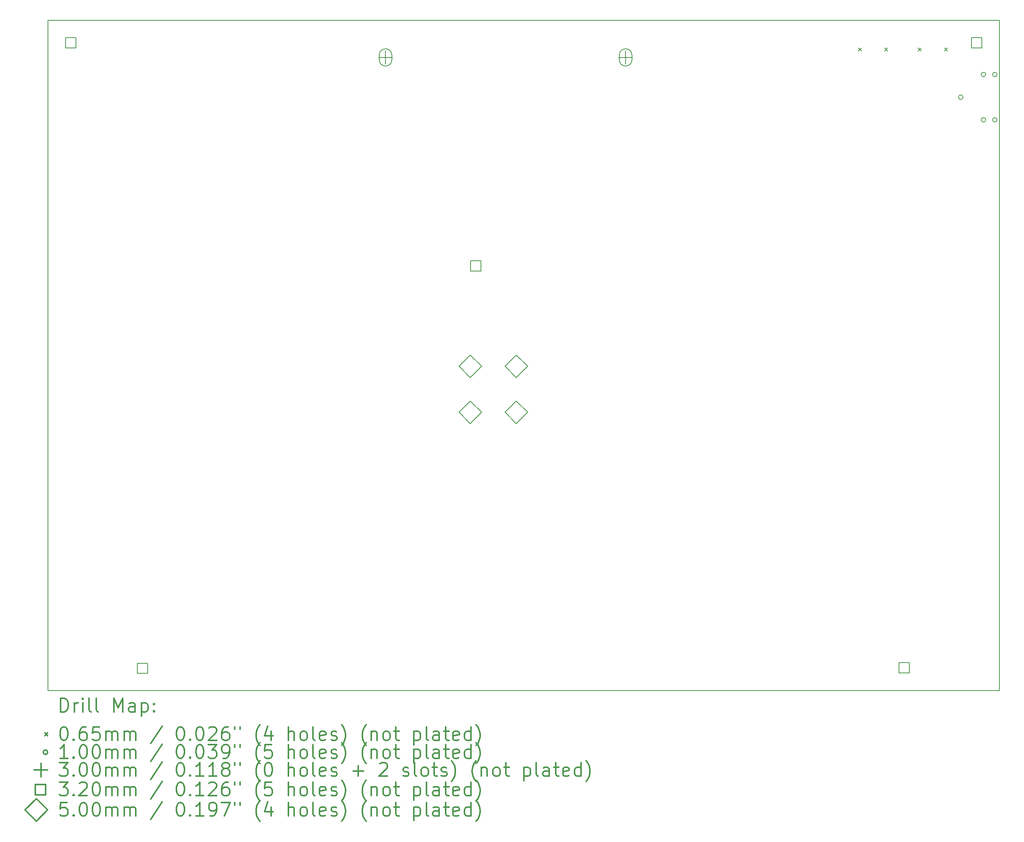
<source format=gbr>
%FSLAX45Y45*%
G04 Gerber Fmt 4.5, Leading zero omitted, Abs format (unit mm)*
G04 Created by KiCad (PCBNEW 5.1.9) date 2021-04-27 01:06:39*
%MOMM*%
%LPD*%
G01*
G04 APERTURE LIST*
%TA.AperFunction,Profile*%
%ADD10C,0.150000*%
%TD*%
%ADD11C,0.200000*%
%ADD12C,0.300000*%
G04 APERTURE END LIST*
D10*
X1600000Y-16300000D02*
X1600000Y-1500000D01*
X22600000Y-16300000D02*
X1600000Y-16300000D01*
X22600000Y-1500000D02*
X22600000Y-16300000D01*
X1600000Y-1500000D02*
X22600000Y-1500000D01*
D11*
X19490500Y-2116500D02*
X19555500Y-2181500D01*
X19555500Y-2116500D02*
X19490500Y-2181500D01*
X20068500Y-2116500D02*
X20133500Y-2181500D01*
X20133500Y-2116500D02*
X20068500Y-2181500D01*
X20811500Y-2116500D02*
X20876500Y-2181500D01*
X20876500Y-2116500D02*
X20811500Y-2181500D01*
X21389500Y-2116500D02*
X21454500Y-2181500D01*
X21454500Y-2116500D02*
X21389500Y-2181500D01*
X21800000Y-3200000D02*
G75*
G03*
X21800000Y-3200000I-50000J0D01*
G01*
X22300000Y-2700000D02*
G75*
G03*
X22300000Y-2700000I-50000J0D01*
G01*
X22300000Y-3700000D02*
G75*
G03*
X22300000Y-3700000I-50000J0D01*
G01*
X22550000Y-2700000D02*
G75*
G03*
X22550000Y-2700000I-50000J0D01*
G01*
X22550000Y-3700000D02*
G75*
G03*
X22550000Y-3700000I-50000J0D01*
G01*
X9050018Y-2171966D02*
X9050018Y-2471966D01*
X8900018Y-2321966D02*
X9200018Y-2321966D01*
X9190018Y-2371966D02*
X9190018Y-2271966D01*
X8910018Y-2371966D02*
X8910018Y-2271966D01*
X9190018Y-2271966D02*
G75*
G03*
X8910018Y-2271966I-140000J0D01*
G01*
X8910018Y-2371966D02*
G75*
G03*
X9190018Y-2371966I140000J0D01*
G01*
X14349982Y-2171966D02*
X14349982Y-2471966D01*
X14199982Y-2321966D02*
X14499982Y-2321966D01*
X14489982Y-2371966D02*
X14489982Y-2271966D01*
X14209982Y-2371966D02*
X14209982Y-2271966D01*
X14489982Y-2271966D02*
G75*
G03*
X14209982Y-2271966I-140000J0D01*
G01*
X14209982Y-2371966D02*
G75*
G03*
X14489982Y-2371966I140000J0D01*
G01*
X2213138Y-2113138D02*
X2213138Y-1886862D01*
X1986862Y-1886862D01*
X1986862Y-2113138D01*
X2213138Y-2113138D01*
X3796138Y-15924638D02*
X3796138Y-15698362D01*
X3569862Y-15698362D01*
X3569862Y-15924638D01*
X3796138Y-15924638D01*
X11157058Y-7037178D02*
X11157058Y-6810902D01*
X10930782Y-6810902D01*
X10930782Y-7037178D01*
X11157058Y-7037178D01*
X20613138Y-15913138D02*
X20613138Y-15686862D01*
X20386862Y-15686862D01*
X20386862Y-15913138D01*
X20613138Y-15913138D01*
X22213138Y-2113138D02*
X22213138Y-1886862D01*
X21986862Y-1886862D01*
X21986862Y-2113138D01*
X22213138Y-2113138D01*
X10922000Y-9394000D02*
X11172000Y-9144000D01*
X10922000Y-8894000D01*
X10672000Y-9144000D01*
X10922000Y-9394000D01*
X10922000Y-10410000D02*
X11172000Y-10160000D01*
X10922000Y-9910000D01*
X10672000Y-10160000D01*
X10922000Y-10410000D01*
X11938000Y-9394000D02*
X12188000Y-9144000D01*
X11938000Y-8894000D01*
X11688000Y-9144000D01*
X11938000Y-9394000D01*
X11938000Y-10410000D02*
X12188000Y-10160000D01*
X11938000Y-9910000D01*
X11688000Y-10160000D01*
X11938000Y-10410000D01*
D12*
X1878928Y-16773214D02*
X1878928Y-16473214D01*
X1950357Y-16473214D01*
X1993214Y-16487500D01*
X2021786Y-16516071D01*
X2036071Y-16544643D01*
X2050357Y-16601786D01*
X2050357Y-16644643D01*
X2036071Y-16701786D01*
X2021786Y-16730357D01*
X1993214Y-16758929D01*
X1950357Y-16773214D01*
X1878928Y-16773214D01*
X2178928Y-16773214D02*
X2178928Y-16573214D01*
X2178928Y-16630357D02*
X2193214Y-16601786D01*
X2207500Y-16587500D01*
X2236071Y-16573214D01*
X2264643Y-16573214D01*
X2364643Y-16773214D02*
X2364643Y-16573214D01*
X2364643Y-16473214D02*
X2350357Y-16487500D01*
X2364643Y-16501786D01*
X2378928Y-16487500D01*
X2364643Y-16473214D01*
X2364643Y-16501786D01*
X2550357Y-16773214D02*
X2521786Y-16758929D01*
X2507500Y-16730357D01*
X2507500Y-16473214D01*
X2707500Y-16773214D02*
X2678928Y-16758929D01*
X2664643Y-16730357D01*
X2664643Y-16473214D01*
X3050357Y-16773214D02*
X3050357Y-16473214D01*
X3150357Y-16687500D01*
X3250357Y-16473214D01*
X3250357Y-16773214D01*
X3521786Y-16773214D02*
X3521786Y-16616071D01*
X3507500Y-16587500D01*
X3478928Y-16573214D01*
X3421786Y-16573214D01*
X3393214Y-16587500D01*
X3521786Y-16758929D02*
X3493214Y-16773214D01*
X3421786Y-16773214D01*
X3393214Y-16758929D01*
X3378928Y-16730357D01*
X3378928Y-16701786D01*
X3393214Y-16673214D01*
X3421786Y-16658929D01*
X3493214Y-16658929D01*
X3521786Y-16644643D01*
X3664643Y-16573214D02*
X3664643Y-16873214D01*
X3664643Y-16587500D02*
X3693214Y-16573214D01*
X3750357Y-16573214D01*
X3778928Y-16587500D01*
X3793214Y-16601786D01*
X3807500Y-16630357D01*
X3807500Y-16716071D01*
X3793214Y-16744643D01*
X3778928Y-16758929D01*
X3750357Y-16773214D01*
X3693214Y-16773214D01*
X3664643Y-16758929D01*
X3936071Y-16744643D02*
X3950357Y-16758929D01*
X3936071Y-16773214D01*
X3921786Y-16758929D01*
X3936071Y-16744643D01*
X3936071Y-16773214D01*
X3936071Y-16587500D02*
X3950357Y-16601786D01*
X3936071Y-16616071D01*
X3921786Y-16601786D01*
X3936071Y-16587500D01*
X3936071Y-16616071D01*
X1527500Y-17235000D02*
X1592500Y-17300000D01*
X1592500Y-17235000D02*
X1527500Y-17300000D01*
X1936071Y-17103214D02*
X1964643Y-17103214D01*
X1993214Y-17117500D01*
X2007500Y-17131786D01*
X2021786Y-17160357D01*
X2036071Y-17217500D01*
X2036071Y-17288929D01*
X2021786Y-17346072D01*
X2007500Y-17374643D01*
X1993214Y-17388929D01*
X1964643Y-17403214D01*
X1936071Y-17403214D01*
X1907500Y-17388929D01*
X1893214Y-17374643D01*
X1878928Y-17346072D01*
X1864643Y-17288929D01*
X1864643Y-17217500D01*
X1878928Y-17160357D01*
X1893214Y-17131786D01*
X1907500Y-17117500D01*
X1936071Y-17103214D01*
X2164643Y-17374643D02*
X2178928Y-17388929D01*
X2164643Y-17403214D01*
X2150357Y-17388929D01*
X2164643Y-17374643D01*
X2164643Y-17403214D01*
X2436071Y-17103214D02*
X2378928Y-17103214D01*
X2350357Y-17117500D01*
X2336071Y-17131786D01*
X2307500Y-17174643D01*
X2293214Y-17231786D01*
X2293214Y-17346072D01*
X2307500Y-17374643D01*
X2321786Y-17388929D01*
X2350357Y-17403214D01*
X2407500Y-17403214D01*
X2436071Y-17388929D01*
X2450357Y-17374643D01*
X2464643Y-17346072D01*
X2464643Y-17274643D01*
X2450357Y-17246072D01*
X2436071Y-17231786D01*
X2407500Y-17217500D01*
X2350357Y-17217500D01*
X2321786Y-17231786D01*
X2307500Y-17246072D01*
X2293214Y-17274643D01*
X2736071Y-17103214D02*
X2593214Y-17103214D01*
X2578928Y-17246072D01*
X2593214Y-17231786D01*
X2621786Y-17217500D01*
X2693214Y-17217500D01*
X2721786Y-17231786D01*
X2736071Y-17246072D01*
X2750357Y-17274643D01*
X2750357Y-17346072D01*
X2736071Y-17374643D01*
X2721786Y-17388929D01*
X2693214Y-17403214D01*
X2621786Y-17403214D01*
X2593214Y-17388929D01*
X2578928Y-17374643D01*
X2878928Y-17403214D02*
X2878928Y-17203214D01*
X2878928Y-17231786D02*
X2893214Y-17217500D01*
X2921786Y-17203214D01*
X2964643Y-17203214D01*
X2993214Y-17217500D01*
X3007500Y-17246072D01*
X3007500Y-17403214D01*
X3007500Y-17246072D02*
X3021786Y-17217500D01*
X3050357Y-17203214D01*
X3093214Y-17203214D01*
X3121786Y-17217500D01*
X3136071Y-17246072D01*
X3136071Y-17403214D01*
X3278928Y-17403214D02*
X3278928Y-17203214D01*
X3278928Y-17231786D02*
X3293214Y-17217500D01*
X3321786Y-17203214D01*
X3364643Y-17203214D01*
X3393214Y-17217500D01*
X3407500Y-17246072D01*
X3407500Y-17403214D01*
X3407500Y-17246072D02*
X3421786Y-17217500D01*
X3450357Y-17203214D01*
X3493214Y-17203214D01*
X3521786Y-17217500D01*
X3536071Y-17246072D01*
X3536071Y-17403214D01*
X4121786Y-17088929D02*
X3864643Y-17474643D01*
X4507500Y-17103214D02*
X4536071Y-17103214D01*
X4564643Y-17117500D01*
X4578928Y-17131786D01*
X4593214Y-17160357D01*
X4607500Y-17217500D01*
X4607500Y-17288929D01*
X4593214Y-17346072D01*
X4578928Y-17374643D01*
X4564643Y-17388929D01*
X4536071Y-17403214D01*
X4507500Y-17403214D01*
X4478928Y-17388929D01*
X4464643Y-17374643D01*
X4450357Y-17346072D01*
X4436071Y-17288929D01*
X4436071Y-17217500D01*
X4450357Y-17160357D01*
X4464643Y-17131786D01*
X4478928Y-17117500D01*
X4507500Y-17103214D01*
X4736071Y-17374643D02*
X4750357Y-17388929D01*
X4736071Y-17403214D01*
X4721786Y-17388929D01*
X4736071Y-17374643D01*
X4736071Y-17403214D01*
X4936071Y-17103214D02*
X4964643Y-17103214D01*
X4993214Y-17117500D01*
X5007500Y-17131786D01*
X5021786Y-17160357D01*
X5036071Y-17217500D01*
X5036071Y-17288929D01*
X5021786Y-17346072D01*
X5007500Y-17374643D01*
X4993214Y-17388929D01*
X4964643Y-17403214D01*
X4936071Y-17403214D01*
X4907500Y-17388929D01*
X4893214Y-17374643D01*
X4878928Y-17346072D01*
X4864643Y-17288929D01*
X4864643Y-17217500D01*
X4878928Y-17160357D01*
X4893214Y-17131786D01*
X4907500Y-17117500D01*
X4936071Y-17103214D01*
X5150357Y-17131786D02*
X5164643Y-17117500D01*
X5193214Y-17103214D01*
X5264643Y-17103214D01*
X5293214Y-17117500D01*
X5307500Y-17131786D01*
X5321786Y-17160357D01*
X5321786Y-17188929D01*
X5307500Y-17231786D01*
X5136071Y-17403214D01*
X5321786Y-17403214D01*
X5578928Y-17103214D02*
X5521786Y-17103214D01*
X5493214Y-17117500D01*
X5478928Y-17131786D01*
X5450357Y-17174643D01*
X5436071Y-17231786D01*
X5436071Y-17346072D01*
X5450357Y-17374643D01*
X5464643Y-17388929D01*
X5493214Y-17403214D01*
X5550357Y-17403214D01*
X5578928Y-17388929D01*
X5593214Y-17374643D01*
X5607500Y-17346072D01*
X5607500Y-17274643D01*
X5593214Y-17246072D01*
X5578928Y-17231786D01*
X5550357Y-17217500D01*
X5493214Y-17217500D01*
X5464643Y-17231786D01*
X5450357Y-17246072D01*
X5436071Y-17274643D01*
X5721786Y-17103214D02*
X5721786Y-17160357D01*
X5836071Y-17103214D02*
X5836071Y-17160357D01*
X6278928Y-17517500D02*
X6264643Y-17503214D01*
X6236071Y-17460357D01*
X6221786Y-17431786D01*
X6207500Y-17388929D01*
X6193214Y-17317500D01*
X6193214Y-17260357D01*
X6207500Y-17188929D01*
X6221786Y-17146072D01*
X6236071Y-17117500D01*
X6264643Y-17074643D01*
X6278928Y-17060357D01*
X6521786Y-17203214D02*
X6521786Y-17403214D01*
X6450357Y-17088929D02*
X6378928Y-17303214D01*
X6564643Y-17303214D01*
X6907500Y-17403214D02*
X6907500Y-17103214D01*
X7036071Y-17403214D02*
X7036071Y-17246072D01*
X7021786Y-17217500D01*
X6993214Y-17203214D01*
X6950357Y-17203214D01*
X6921786Y-17217500D01*
X6907500Y-17231786D01*
X7221786Y-17403214D02*
X7193214Y-17388929D01*
X7178928Y-17374643D01*
X7164643Y-17346072D01*
X7164643Y-17260357D01*
X7178928Y-17231786D01*
X7193214Y-17217500D01*
X7221786Y-17203214D01*
X7264643Y-17203214D01*
X7293214Y-17217500D01*
X7307500Y-17231786D01*
X7321786Y-17260357D01*
X7321786Y-17346072D01*
X7307500Y-17374643D01*
X7293214Y-17388929D01*
X7264643Y-17403214D01*
X7221786Y-17403214D01*
X7493214Y-17403214D02*
X7464643Y-17388929D01*
X7450357Y-17360357D01*
X7450357Y-17103214D01*
X7721786Y-17388929D02*
X7693214Y-17403214D01*
X7636071Y-17403214D01*
X7607500Y-17388929D01*
X7593214Y-17360357D01*
X7593214Y-17246072D01*
X7607500Y-17217500D01*
X7636071Y-17203214D01*
X7693214Y-17203214D01*
X7721786Y-17217500D01*
X7736071Y-17246072D01*
X7736071Y-17274643D01*
X7593214Y-17303214D01*
X7850357Y-17388929D02*
X7878928Y-17403214D01*
X7936071Y-17403214D01*
X7964643Y-17388929D01*
X7978928Y-17360357D01*
X7978928Y-17346072D01*
X7964643Y-17317500D01*
X7936071Y-17303214D01*
X7893214Y-17303214D01*
X7864643Y-17288929D01*
X7850357Y-17260357D01*
X7850357Y-17246072D01*
X7864643Y-17217500D01*
X7893214Y-17203214D01*
X7936071Y-17203214D01*
X7964643Y-17217500D01*
X8078928Y-17517500D02*
X8093214Y-17503214D01*
X8121786Y-17460357D01*
X8136071Y-17431786D01*
X8150357Y-17388929D01*
X8164643Y-17317500D01*
X8164643Y-17260357D01*
X8150357Y-17188929D01*
X8136071Y-17146072D01*
X8121786Y-17117500D01*
X8093214Y-17074643D01*
X8078928Y-17060357D01*
X8621786Y-17517500D02*
X8607500Y-17503214D01*
X8578928Y-17460357D01*
X8564643Y-17431786D01*
X8550357Y-17388929D01*
X8536071Y-17317500D01*
X8536071Y-17260357D01*
X8550357Y-17188929D01*
X8564643Y-17146072D01*
X8578928Y-17117500D01*
X8607500Y-17074643D01*
X8621786Y-17060357D01*
X8736071Y-17203214D02*
X8736071Y-17403214D01*
X8736071Y-17231786D02*
X8750357Y-17217500D01*
X8778928Y-17203214D01*
X8821786Y-17203214D01*
X8850357Y-17217500D01*
X8864643Y-17246072D01*
X8864643Y-17403214D01*
X9050357Y-17403214D02*
X9021786Y-17388929D01*
X9007500Y-17374643D01*
X8993214Y-17346072D01*
X8993214Y-17260357D01*
X9007500Y-17231786D01*
X9021786Y-17217500D01*
X9050357Y-17203214D01*
X9093214Y-17203214D01*
X9121786Y-17217500D01*
X9136071Y-17231786D01*
X9150357Y-17260357D01*
X9150357Y-17346072D01*
X9136071Y-17374643D01*
X9121786Y-17388929D01*
X9093214Y-17403214D01*
X9050357Y-17403214D01*
X9236071Y-17203214D02*
X9350357Y-17203214D01*
X9278928Y-17103214D02*
X9278928Y-17360357D01*
X9293214Y-17388929D01*
X9321786Y-17403214D01*
X9350357Y-17403214D01*
X9678928Y-17203214D02*
X9678928Y-17503214D01*
X9678928Y-17217500D02*
X9707500Y-17203214D01*
X9764643Y-17203214D01*
X9793214Y-17217500D01*
X9807500Y-17231786D01*
X9821786Y-17260357D01*
X9821786Y-17346072D01*
X9807500Y-17374643D01*
X9793214Y-17388929D01*
X9764643Y-17403214D01*
X9707500Y-17403214D01*
X9678928Y-17388929D01*
X9993214Y-17403214D02*
X9964643Y-17388929D01*
X9950357Y-17360357D01*
X9950357Y-17103214D01*
X10236071Y-17403214D02*
X10236071Y-17246072D01*
X10221786Y-17217500D01*
X10193214Y-17203214D01*
X10136071Y-17203214D01*
X10107500Y-17217500D01*
X10236071Y-17388929D02*
X10207500Y-17403214D01*
X10136071Y-17403214D01*
X10107500Y-17388929D01*
X10093214Y-17360357D01*
X10093214Y-17331786D01*
X10107500Y-17303214D01*
X10136071Y-17288929D01*
X10207500Y-17288929D01*
X10236071Y-17274643D01*
X10336071Y-17203214D02*
X10450357Y-17203214D01*
X10378928Y-17103214D02*
X10378928Y-17360357D01*
X10393214Y-17388929D01*
X10421786Y-17403214D01*
X10450357Y-17403214D01*
X10664643Y-17388929D02*
X10636071Y-17403214D01*
X10578928Y-17403214D01*
X10550357Y-17388929D01*
X10536071Y-17360357D01*
X10536071Y-17246072D01*
X10550357Y-17217500D01*
X10578928Y-17203214D01*
X10636071Y-17203214D01*
X10664643Y-17217500D01*
X10678928Y-17246072D01*
X10678928Y-17274643D01*
X10536071Y-17303214D01*
X10936071Y-17403214D02*
X10936071Y-17103214D01*
X10936071Y-17388929D02*
X10907500Y-17403214D01*
X10850357Y-17403214D01*
X10821786Y-17388929D01*
X10807500Y-17374643D01*
X10793214Y-17346072D01*
X10793214Y-17260357D01*
X10807500Y-17231786D01*
X10821786Y-17217500D01*
X10850357Y-17203214D01*
X10907500Y-17203214D01*
X10936071Y-17217500D01*
X11050357Y-17517500D02*
X11064643Y-17503214D01*
X11093214Y-17460357D01*
X11107500Y-17431786D01*
X11121786Y-17388929D01*
X11136071Y-17317500D01*
X11136071Y-17260357D01*
X11121786Y-17188929D01*
X11107500Y-17146072D01*
X11093214Y-17117500D01*
X11064643Y-17074643D01*
X11050357Y-17060357D01*
X1592500Y-17663500D02*
G75*
G03*
X1592500Y-17663500I-50000J0D01*
G01*
X2036071Y-17799214D02*
X1864643Y-17799214D01*
X1950357Y-17799214D02*
X1950357Y-17499214D01*
X1921786Y-17542072D01*
X1893214Y-17570643D01*
X1864643Y-17584929D01*
X2164643Y-17770643D02*
X2178928Y-17784929D01*
X2164643Y-17799214D01*
X2150357Y-17784929D01*
X2164643Y-17770643D01*
X2164643Y-17799214D01*
X2364643Y-17499214D02*
X2393214Y-17499214D01*
X2421786Y-17513500D01*
X2436071Y-17527786D01*
X2450357Y-17556357D01*
X2464643Y-17613500D01*
X2464643Y-17684929D01*
X2450357Y-17742072D01*
X2436071Y-17770643D01*
X2421786Y-17784929D01*
X2393214Y-17799214D01*
X2364643Y-17799214D01*
X2336071Y-17784929D01*
X2321786Y-17770643D01*
X2307500Y-17742072D01*
X2293214Y-17684929D01*
X2293214Y-17613500D01*
X2307500Y-17556357D01*
X2321786Y-17527786D01*
X2336071Y-17513500D01*
X2364643Y-17499214D01*
X2650357Y-17499214D02*
X2678928Y-17499214D01*
X2707500Y-17513500D01*
X2721786Y-17527786D01*
X2736071Y-17556357D01*
X2750357Y-17613500D01*
X2750357Y-17684929D01*
X2736071Y-17742072D01*
X2721786Y-17770643D01*
X2707500Y-17784929D01*
X2678928Y-17799214D01*
X2650357Y-17799214D01*
X2621786Y-17784929D01*
X2607500Y-17770643D01*
X2593214Y-17742072D01*
X2578928Y-17684929D01*
X2578928Y-17613500D01*
X2593214Y-17556357D01*
X2607500Y-17527786D01*
X2621786Y-17513500D01*
X2650357Y-17499214D01*
X2878928Y-17799214D02*
X2878928Y-17599214D01*
X2878928Y-17627786D02*
X2893214Y-17613500D01*
X2921786Y-17599214D01*
X2964643Y-17599214D01*
X2993214Y-17613500D01*
X3007500Y-17642072D01*
X3007500Y-17799214D01*
X3007500Y-17642072D02*
X3021786Y-17613500D01*
X3050357Y-17599214D01*
X3093214Y-17599214D01*
X3121786Y-17613500D01*
X3136071Y-17642072D01*
X3136071Y-17799214D01*
X3278928Y-17799214D02*
X3278928Y-17599214D01*
X3278928Y-17627786D02*
X3293214Y-17613500D01*
X3321786Y-17599214D01*
X3364643Y-17599214D01*
X3393214Y-17613500D01*
X3407500Y-17642072D01*
X3407500Y-17799214D01*
X3407500Y-17642072D02*
X3421786Y-17613500D01*
X3450357Y-17599214D01*
X3493214Y-17599214D01*
X3521786Y-17613500D01*
X3536071Y-17642072D01*
X3536071Y-17799214D01*
X4121786Y-17484929D02*
X3864643Y-17870643D01*
X4507500Y-17499214D02*
X4536071Y-17499214D01*
X4564643Y-17513500D01*
X4578928Y-17527786D01*
X4593214Y-17556357D01*
X4607500Y-17613500D01*
X4607500Y-17684929D01*
X4593214Y-17742072D01*
X4578928Y-17770643D01*
X4564643Y-17784929D01*
X4536071Y-17799214D01*
X4507500Y-17799214D01*
X4478928Y-17784929D01*
X4464643Y-17770643D01*
X4450357Y-17742072D01*
X4436071Y-17684929D01*
X4436071Y-17613500D01*
X4450357Y-17556357D01*
X4464643Y-17527786D01*
X4478928Y-17513500D01*
X4507500Y-17499214D01*
X4736071Y-17770643D02*
X4750357Y-17784929D01*
X4736071Y-17799214D01*
X4721786Y-17784929D01*
X4736071Y-17770643D01*
X4736071Y-17799214D01*
X4936071Y-17499214D02*
X4964643Y-17499214D01*
X4993214Y-17513500D01*
X5007500Y-17527786D01*
X5021786Y-17556357D01*
X5036071Y-17613500D01*
X5036071Y-17684929D01*
X5021786Y-17742072D01*
X5007500Y-17770643D01*
X4993214Y-17784929D01*
X4964643Y-17799214D01*
X4936071Y-17799214D01*
X4907500Y-17784929D01*
X4893214Y-17770643D01*
X4878928Y-17742072D01*
X4864643Y-17684929D01*
X4864643Y-17613500D01*
X4878928Y-17556357D01*
X4893214Y-17527786D01*
X4907500Y-17513500D01*
X4936071Y-17499214D01*
X5136071Y-17499214D02*
X5321786Y-17499214D01*
X5221786Y-17613500D01*
X5264643Y-17613500D01*
X5293214Y-17627786D01*
X5307500Y-17642072D01*
X5321786Y-17670643D01*
X5321786Y-17742072D01*
X5307500Y-17770643D01*
X5293214Y-17784929D01*
X5264643Y-17799214D01*
X5178928Y-17799214D01*
X5150357Y-17784929D01*
X5136071Y-17770643D01*
X5464643Y-17799214D02*
X5521786Y-17799214D01*
X5550357Y-17784929D01*
X5564643Y-17770643D01*
X5593214Y-17727786D01*
X5607500Y-17670643D01*
X5607500Y-17556357D01*
X5593214Y-17527786D01*
X5578928Y-17513500D01*
X5550357Y-17499214D01*
X5493214Y-17499214D01*
X5464643Y-17513500D01*
X5450357Y-17527786D01*
X5436071Y-17556357D01*
X5436071Y-17627786D01*
X5450357Y-17656357D01*
X5464643Y-17670643D01*
X5493214Y-17684929D01*
X5550357Y-17684929D01*
X5578928Y-17670643D01*
X5593214Y-17656357D01*
X5607500Y-17627786D01*
X5721786Y-17499214D02*
X5721786Y-17556357D01*
X5836071Y-17499214D02*
X5836071Y-17556357D01*
X6278928Y-17913500D02*
X6264643Y-17899214D01*
X6236071Y-17856357D01*
X6221786Y-17827786D01*
X6207500Y-17784929D01*
X6193214Y-17713500D01*
X6193214Y-17656357D01*
X6207500Y-17584929D01*
X6221786Y-17542072D01*
X6236071Y-17513500D01*
X6264643Y-17470643D01*
X6278928Y-17456357D01*
X6536071Y-17499214D02*
X6393214Y-17499214D01*
X6378928Y-17642072D01*
X6393214Y-17627786D01*
X6421786Y-17613500D01*
X6493214Y-17613500D01*
X6521786Y-17627786D01*
X6536071Y-17642072D01*
X6550357Y-17670643D01*
X6550357Y-17742072D01*
X6536071Y-17770643D01*
X6521786Y-17784929D01*
X6493214Y-17799214D01*
X6421786Y-17799214D01*
X6393214Y-17784929D01*
X6378928Y-17770643D01*
X6907500Y-17799214D02*
X6907500Y-17499214D01*
X7036071Y-17799214D02*
X7036071Y-17642072D01*
X7021786Y-17613500D01*
X6993214Y-17599214D01*
X6950357Y-17599214D01*
X6921786Y-17613500D01*
X6907500Y-17627786D01*
X7221786Y-17799214D02*
X7193214Y-17784929D01*
X7178928Y-17770643D01*
X7164643Y-17742072D01*
X7164643Y-17656357D01*
X7178928Y-17627786D01*
X7193214Y-17613500D01*
X7221786Y-17599214D01*
X7264643Y-17599214D01*
X7293214Y-17613500D01*
X7307500Y-17627786D01*
X7321786Y-17656357D01*
X7321786Y-17742072D01*
X7307500Y-17770643D01*
X7293214Y-17784929D01*
X7264643Y-17799214D01*
X7221786Y-17799214D01*
X7493214Y-17799214D02*
X7464643Y-17784929D01*
X7450357Y-17756357D01*
X7450357Y-17499214D01*
X7721786Y-17784929D02*
X7693214Y-17799214D01*
X7636071Y-17799214D01*
X7607500Y-17784929D01*
X7593214Y-17756357D01*
X7593214Y-17642072D01*
X7607500Y-17613500D01*
X7636071Y-17599214D01*
X7693214Y-17599214D01*
X7721786Y-17613500D01*
X7736071Y-17642072D01*
X7736071Y-17670643D01*
X7593214Y-17699214D01*
X7850357Y-17784929D02*
X7878928Y-17799214D01*
X7936071Y-17799214D01*
X7964643Y-17784929D01*
X7978928Y-17756357D01*
X7978928Y-17742072D01*
X7964643Y-17713500D01*
X7936071Y-17699214D01*
X7893214Y-17699214D01*
X7864643Y-17684929D01*
X7850357Y-17656357D01*
X7850357Y-17642072D01*
X7864643Y-17613500D01*
X7893214Y-17599214D01*
X7936071Y-17599214D01*
X7964643Y-17613500D01*
X8078928Y-17913500D02*
X8093214Y-17899214D01*
X8121786Y-17856357D01*
X8136071Y-17827786D01*
X8150357Y-17784929D01*
X8164643Y-17713500D01*
X8164643Y-17656357D01*
X8150357Y-17584929D01*
X8136071Y-17542072D01*
X8121786Y-17513500D01*
X8093214Y-17470643D01*
X8078928Y-17456357D01*
X8621786Y-17913500D02*
X8607500Y-17899214D01*
X8578928Y-17856357D01*
X8564643Y-17827786D01*
X8550357Y-17784929D01*
X8536071Y-17713500D01*
X8536071Y-17656357D01*
X8550357Y-17584929D01*
X8564643Y-17542072D01*
X8578928Y-17513500D01*
X8607500Y-17470643D01*
X8621786Y-17456357D01*
X8736071Y-17599214D02*
X8736071Y-17799214D01*
X8736071Y-17627786D02*
X8750357Y-17613500D01*
X8778928Y-17599214D01*
X8821786Y-17599214D01*
X8850357Y-17613500D01*
X8864643Y-17642072D01*
X8864643Y-17799214D01*
X9050357Y-17799214D02*
X9021786Y-17784929D01*
X9007500Y-17770643D01*
X8993214Y-17742072D01*
X8993214Y-17656357D01*
X9007500Y-17627786D01*
X9021786Y-17613500D01*
X9050357Y-17599214D01*
X9093214Y-17599214D01*
X9121786Y-17613500D01*
X9136071Y-17627786D01*
X9150357Y-17656357D01*
X9150357Y-17742072D01*
X9136071Y-17770643D01*
X9121786Y-17784929D01*
X9093214Y-17799214D01*
X9050357Y-17799214D01*
X9236071Y-17599214D02*
X9350357Y-17599214D01*
X9278928Y-17499214D02*
X9278928Y-17756357D01*
X9293214Y-17784929D01*
X9321786Y-17799214D01*
X9350357Y-17799214D01*
X9678928Y-17599214D02*
X9678928Y-17899214D01*
X9678928Y-17613500D02*
X9707500Y-17599214D01*
X9764643Y-17599214D01*
X9793214Y-17613500D01*
X9807500Y-17627786D01*
X9821786Y-17656357D01*
X9821786Y-17742072D01*
X9807500Y-17770643D01*
X9793214Y-17784929D01*
X9764643Y-17799214D01*
X9707500Y-17799214D01*
X9678928Y-17784929D01*
X9993214Y-17799214D02*
X9964643Y-17784929D01*
X9950357Y-17756357D01*
X9950357Y-17499214D01*
X10236071Y-17799214D02*
X10236071Y-17642072D01*
X10221786Y-17613500D01*
X10193214Y-17599214D01*
X10136071Y-17599214D01*
X10107500Y-17613500D01*
X10236071Y-17784929D02*
X10207500Y-17799214D01*
X10136071Y-17799214D01*
X10107500Y-17784929D01*
X10093214Y-17756357D01*
X10093214Y-17727786D01*
X10107500Y-17699214D01*
X10136071Y-17684929D01*
X10207500Y-17684929D01*
X10236071Y-17670643D01*
X10336071Y-17599214D02*
X10450357Y-17599214D01*
X10378928Y-17499214D02*
X10378928Y-17756357D01*
X10393214Y-17784929D01*
X10421786Y-17799214D01*
X10450357Y-17799214D01*
X10664643Y-17784929D02*
X10636071Y-17799214D01*
X10578928Y-17799214D01*
X10550357Y-17784929D01*
X10536071Y-17756357D01*
X10536071Y-17642072D01*
X10550357Y-17613500D01*
X10578928Y-17599214D01*
X10636071Y-17599214D01*
X10664643Y-17613500D01*
X10678928Y-17642072D01*
X10678928Y-17670643D01*
X10536071Y-17699214D01*
X10936071Y-17799214D02*
X10936071Y-17499214D01*
X10936071Y-17784929D02*
X10907500Y-17799214D01*
X10850357Y-17799214D01*
X10821786Y-17784929D01*
X10807500Y-17770643D01*
X10793214Y-17742072D01*
X10793214Y-17656357D01*
X10807500Y-17627786D01*
X10821786Y-17613500D01*
X10850357Y-17599214D01*
X10907500Y-17599214D01*
X10936071Y-17613500D01*
X11050357Y-17913500D02*
X11064643Y-17899214D01*
X11093214Y-17856357D01*
X11107500Y-17827786D01*
X11121786Y-17784929D01*
X11136071Y-17713500D01*
X11136071Y-17656357D01*
X11121786Y-17584929D01*
X11107500Y-17542072D01*
X11093214Y-17513500D01*
X11064643Y-17470643D01*
X11050357Y-17456357D01*
X1442500Y-17909500D02*
X1442500Y-18209500D01*
X1292500Y-18059500D02*
X1592500Y-18059500D01*
X1850357Y-17895214D02*
X2036071Y-17895214D01*
X1936071Y-18009500D01*
X1978928Y-18009500D01*
X2007500Y-18023786D01*
X2021786Y-18038072D01*
X2036071Y-18066643D01*
X2036071Y-18138072D01*
X2021786Y-18166643D01*
X2007500Y-18180929D01*
X1978928Y-18195214D01*
X1893214Y-18195214D01*
X1864643Y-18180929D01*
X1850357Y-18166643D01*
X2164643Y-18166643D02*
X2178928Y-18180929D01*
X2164643Y-18195214D01*
X2150357Y-18180929D01*
X2164643Y-18166643D01*
X2164643Y-18195214D01*
X2364643Y-17895214D02*
X2393214Y-17895214D01*
X2421786Y-17909500D01*
X2436071Y-17923786D01*
X2450357Y-17952357D01*
X2464643Y-18009500D01*
X2464643Y-18080929D01*
X2450357Y-18138072D01*
X2436071Y-18166643D01*
X2421786Y-18180929D01*
X2393214Y-18195214D01*
X2364643Y-18195214D01*
X2336071Y-18180929D01*
X2321786Y-18166643D01*
X2307500Y-18138072D01*
X2293214Y-18080929D01*
X2293214Y-18009500D01*
X2307500Y-17952357D01*
X2321786Y-17923786D01*
X2336071Y-17909500D01*
X2364643Y-17895214D01*
X2650357Y-17895214D02*
X2678928Y-17895214D01*
X2707500Y-17909500D01*
X2721786Y-17923786D01*
X2736071Y-17952357D01*
X2750357Y-18009500D01*
X2750357Y-18080929D01*
X2736071Y-18138072D01*
X2721786Y-18166643D01*
X2707500Y-18180929D01*
X2678928Y-18195214D01*
X2650357Y-18195214D01*
X2621786Y-18180929D01*
X2607500Y-18166643D01*
X2593214Y-18138072D01*
X2578928Y-18080929D01*
X2578928Y-18009500D01*
X2593214Y-17952357D01*
X2607500Y-17923786D01*
X2621786Y-17909500D01*
X2650357Y-17895214D01*
X2878928Y-18195214D02*
X2878928Y-17995214D01*
X2878928Y-18023786D02*
X2893214Y-18009500D01*
X2921786Y-17995214D01*
X2964643Y-17995214D01*
X2993214Y-18009500D01*
X3007500Y-18038072D01*
X3007500Y-18195214D01*
X3007500Y-18038072D02*
X3021786Y-18009500D01*
X3050357Y-17995214D01*
X3093214Y-17995214D01*
X3121786Y-18009500D01*
X3136071Y-18038072D01*
X3136071Y-18195214D01*
X3278928Y-18195214D02*
X3278928Y-17995214D01*
X3278928Y-18023786D02*
X3293214Y-18009500D01*
X3321786Y-17995214D01*
X3364643Y-17995214D01*
X3393214Y-18009500D01*
X3407500Y-18038072D01*
X3407500Y-18195214D01*
X3407500Y-18038072D02*
X3421786Y-18009500D01*
X3450357Y-17995214D01*
X3493214Y-17995214D01*
X3521786Y-18009500D01*
X3536071Y-18038072D01*
X3536071Y-18195214D01*
X4121786Y-17880929D02*
X3864643Y-18266643D01*
X4507500Y-17895214D02*
X4536071Y-17895214D01*
X4564643Y-17909500D01*
X4578928Y-17923786D01*
X4593214Y-17952357D01*
X4607500Y-18009500D01*
X4607500Y-18080929D01*
X4593214Y-18138072D01*
X4578928Y-18166643D01*
X4564643Y-18180929D01*
X4536071Y-18195214D01*
X4507500Y-18195214D01*
X4478928Y-18180929D01*
X4464643Y-18166643D01*
X4450357Y-18138072D01*
X4436071Y-18080929D01*
X4436071Y-18009500D01*
X4450357Y-17952357D01*
X4464643Y-17923786D01*
X4478928Y-17909500D01*
X4507500Y-17895214D01*
X4736071Y-18166643D02*
X4750357Y-18180929D01*
X4736071Y-18195214D01*
X4721786Y-18180929D01*
X4736071Y-18166643D01*
X4736071Y-18195214D01*
X5036071Y-18195214D02*
X4864643Y-18195214D01*
X4950357Y-18195214D02*
X4950357Y-17895214D01*
X4921786Y-17938072D01*
X4893214Y-17966643D01*
X4864643Y-17980929D01*
X5321786Y-18195214D02*
X5150357Y-18195214D01*
X5236071Y-18195214D02*
X5236071Y-17895214D01*
X5207500Y-17938072D01*
X5178928Y-17966643D01*
X5150357Y-17980929D01*
X5493214Y-18023786D02*
X5464643Y-18009500D01*
X5450357Y-17995214D01*
X5436071Y-17966643D01*
X5436071Y-17952357D01*
X5450357Y-17923786D01*
X5464643Y-17909500D01*
X5493214Y-17895214D01*
X5550357Y-17895214D01*
X5578928Y-17909500D01*
X5593214Y-17923786D01*
X5607500Y-17952357D01*
X5607500Y-17966643D01*
X5593214Y-17995214D01*
X5578928Y-18009500D01*
X5550357Y-18023786D01*
X5493214Y-18023786D01*
X5464643Y-18038072D01*
X5450357Y-18052357D01*
X5436071Y-18080929D01*
X5436071Y-18138072D01*
X5450357Y-18166643D01*
X5464643Y-18180929D01*
X5493214Y-18195214D01*
X5550357Y-18195214D01*
X5578928Y-18180929D01*
X5593214Y-18166643D01*
X5607500Y-18138072D01*
X5607500Y-18080929D01*
X5593214Y-18052357D01*
X5578928Y-18038072D01*
X5550357Y-18023786D01*
X5721786Y-17895214D02*
X5721786Y-17952357D01*
X5836071Y-17895214D02*
X5836071Y-17952357D01*
X6278928Y-18309500D02*
X6264643Y-18295214D01*
X6236071Y-18252357D01*
X6221786Y-18223786D01*
X6207500Y-18180929D01*
X6193214Y-18109500D01*
X6193214Y-18052357D01*
X6207500Y-17980929D01*
X6221786Y-17938072D01*
X6236071Y-17909500D01*
X6264643Y-17866643D01*
X6278928Y-17852357D01*
X6450357Y-17895214D02*
X6478928Y-17895214D01*
X6507500Y-17909500D01*
X6521786Y-17923786D01*
X6536071Y-17952357D01*
X6550357Y-18009500D01*
X6550357Y-18080929D01*
X6536071Y-18138072D01*
X6521786Y-18166643D01*
X6507500Y-18180929D01*
X6478928Y-18195214D01*
X6450357Y-18195214D01*
X6421786Y-18180929D01*
X6407500Y-18166643D01*
X6393214Y-18138072D01*
X6378928Y-18080929D01*
X6378928Y-18009500D01*
X6393214Y-17952357D01*
X6407500Y-17923786D01*
X6421786Y-17909500D01*
X6450357Y-17895214D01*
X6907500Y-18195214D02*
X6907500Y-17895214D01*
X7036071Y-18195214D02*
X7036071Y-18038072D01*
X7021786Y-18009500D01*
X6993214Y-17995214D01*
X6950357Y-17995214D01*
X6921786Y-18009500D01*
X6907500Y-18023786D01*
X7221786Y-18195214D02*
X7193214Y-18180929D01*
X7178928Y-18166643D01*
X7164643Y-18138072D01*
X7164643Y-18052357D01*
X7178928Y-18023786D01*
X7193214Y-18009500D01*
X7221786Y-17995214D01*
X7264643Y-17995214D01*
X7293214Y-18009500D01*
X7307500Y-18023786D01*
X7321786Y-18052357D01*
X7321786Y-18138072D01*
X7307500Y-18166643D01*
X7293214Y-18180929D01*
X7264643Y-18195214D01*
X7221786Y-18195214D01*
X7493214Y-18195214D02*
X7464643Y-18180929D01*
X7450357Y-18152357D01*
X7450357Y-17895214D01*
X7721786Y-18180929D02*
X7693214Y-18195214D01*
X7636071Y-18195214D01*
X7607500Y-18180929D01*
X7593214Y-18152357D01*
X7593214Y-18038072D01*
X7607500Y-18009500D01*
X7636071Y-17995214D01*
X7693214Y-17995214D01*
X7721786Y-18009500D01*
X7736071Y-18038072D01*
X7736071Y-18066643D01*
X7593214Y-18095214D01*
X7850357Y-18180929D02*
X7878928Y-18195214D01*
X7936071Y-18195214D01*
X7964643Y-18180929D01*
X7978928Y-18152357D01*
X7978928Y-18138072D01*
X7964643Y-18109500D01*
X7936071Y-18095214D01*
X7893214Y-18095214D01*
X7864643Y-18080929D01*
X7850357Y-18052357D01*
X7850357Y-18038072D01*
X7864643Y-18009500D01*
X7893214Y-17995214D01*
X7936071Y-17995214D01*
X7964643Y-18009500D01*
X8336071Y-18080929D02*
X8564643Y-18080929D01*
X8450357Y-18195214D02*
X8450357Y-17966643D01*
X8921786Y-17923786D02*
X8936071Y-17909500D01*
X8964643Y-17895214D01*
X9036071Y-17895214D01*
X9064643Y-17909500D01*
X9078928Y-17923786D01*
X9093214Y-17952357D01*
X9093214Y-17980929D01*
X9078928Y-18023786D01*
X8907500Y-18195214D01*
X9093214Y-18195214D01*
X9436071Y-18180929D02*
X9464643Y-18195214D01*
X9521786Y-18195214D01*
X9550357Y-18180929D01*
X9564643Y-18152357D01*
X9564643Y-18138072D01*
X9550357Y-18109500D01*
X9521786Y-18095214D01*
X9478928Y-18095214D01*
X9450357Y-18080929D01*
X9436071Y-18052357D01*
X9436071Y-18038072D01*
X9450357Y-18009500D01*
X9478928Y-17995214D01*
X9521786Y-17995214D01*
X9550357Y-18009500D01*
X9736071Y-18195214D02*
X9707500Y-18180929D01*
X9693214Y-18152357D01*
X9693214Y-17895214D01*
X9893214Y-18195214D02*
X9864643Y-18180929D01*
X9850357Y-18166643D01*
X9836071Y-18138072D01*
X9836071Y-18052357D01*
X9850357Y-18023786D01*
X9864643Y-18009500D01*
X9893214Y-17995214D01*
X9936071Y-17995214D01*
X9964643Y-18009500D01*
X9978928Y-18023786D01*
X9993214Y-18052357D01*
X9993214Y-18138072D01*
X9978928Y-18166643D01*
X9964643Y-18180929D01*
X9936071Y-18195214D01*
X9893214Y-18195214D01*
X10078928Y-17995214D02*
X10193214Y-17995214D01*
X10121786Y-17895214D02*
X10121786Y-18152357D01*
X10136071Y-18180929D01*
X10164643Y-18195214D01*
X10193214Y-18195214D01*
X10278928Y-18180929D02*
X10307500Y-18195214D01*
X10364643Y-18195214D01*
X10393214Y-18180929D01*
X10407500Y-18152357D01*
X10407500Y-18138072D01*
X10393214Y-18109500D01*
X10364643Y-18095214D01*
X10321786Y-18095214D01*
X10293214Y-18080929D01*
X10278928Y-18052357D01*
X10278928Y-18038072D01*
X10293214Y-18009500D01*
X10321786Y-17995214D01*
X10364643Y-17995214D01*
X10393214Y-18009500D01*
X10507500Y-18309500D02*
X10521786Y-18295214D01*
X10550357Y-18252357D01*
X10564643Y-18223786D01*
X10578928Y-18180929D01*
X10593214Y-18109500D01*
X10593214Y-18052357D01*
X10578928Y-17980929D01*
X10564643Y-17938072D01*
X10550357Y-17909500D01*
X10521786Y-17866643D01*
X10507500Y-17852357D01*
X11050357Y-18309500D02*
X11036071Y-18295214D01*
X11007500Y-18252357D01*
X10993214Y-18223786D01*
X10978928Y-18180929D01*
X10964643Y-18109500D01*
X10964643Y-18052357D01*
X10978928Y-17980929D01*
X10993214Y-17938072D01*
X11007500Y-17909500D01*
X11036071Y-17866643D01*
X11050357Y-17852357D01*
X11164643Y-17995214D02*
X11164643Y-18195214D01*
X11164643Y-18023786D02*
X11178928Y-18009500D01*
X11207500Y-17995214D01*
X11250357Y-17995214D01*
X11278928Y-18009500D01*
X11293214Y-18038072D01*
X11293214Y-18195214D01*
X11478928Y-18195214D02*
X11450357Y-18180929D01*
X11436071Y-18166643D01*
X11421786Y-18138072D01*
X11421786Y-18052357D01*
X11436071Y-18023786D01*
X11450357Y-18009500D01*
X11478928Y-17995214D01*
X11521786Y-17995214D01*
X11550357Y-18009500D01*
X11564643Y-18023786D01*
X11578928Y-18052357D01*
X11578928Y-18138072D01*
X11564643Y-18166643D01*
X11550357Y-18180929D01*
X11521786Y-18195214D01*
X11478928Y-18195214D01*
X11664643Y-17995214D02*
X11778928Y-17995214D01*
X11707500Y-17895214D02*
X11707500Y-18152357D01*
X11721786Y-18180929D01*
X11750357Y-18195214D01*
X11778928Y-18195214D01*
X12107500Y-17995214D02*
X12107500Y-18295214D01*
X12107500Y-18009500D02*
X12136071Y-17995214D01*
X12193214Y-17995214D01*
X12221786Y-18009500D01*
X12236071Y-18023786D01*
X12250357Y-18052357D01*
X12250357Y-18138072D01*
X12236071Y-18166643D01*
X12221786Y-18180929D01*
X12193214Y-18195214D01*
X12136071Y-18195214D01*
X12107500Y-18180929D01*
X12421786Y-18195214D02*
X12393214Y-18180929D01*
X12378928Y-18152357D01*
X12378928Y-17895214D01*
X12664643Y-18195214D02*
X12664643Y-18038072D01*
X12650357Y-18009500D01*
X12621786Y-17995214D01*
X12564643Y-17995214D01*
X12536071Y-18009500D01*
X12664643Y-18180929D02*
X12636071Y-18195214D01*
X12564643Y-18195214D01*
X12536071Y-18180929D01*
X12521786Y-18152357D01*
X12521786Y-18123786D01*
X12536071Y-18095214D01*
X12564643Y-18080929D01*
X12636071Y-18080929D01*
X12664643Y-18066643D01*
X12764643Y-17995214D02*
X12878928Y-17995214D01*
X12807500Y-17895214D02*
X12807500Y-18152357D01*
X12821786Y-18180929D01*
X12850357Y-18195214D01*
X12878928Y-18195214D01*
X13093214Y-18180929D02*
X13064643Y-18195214D01*
X13007500Y-18195214D01*
X12978928Y-18180929D01*
X12964643Y-18152357D01*
X12964643Y-18038072D01*
X12978928Y-18009500D01*
X13007500Y-17995214D01*
X13064643Y-17995214D01*
X13093214Y-18009500D01*
X13107500Y-18038072D01*
X13107500Y-18066643D01*
X12964643Y-18095214D01*
X13364643Y-18195214D02*
X13364643Y-17895214D01*
X13364643Y-18180929D02*
X13336071Y-18195214D01*
X13278928Y-18195214D01*
X13250357Y-18180929D01*
X13236071Y-18166643D01*
X13221786Y-18138072D01*
X13221786Y-18052357D01*
X13236071Y-18023786D01*
X13250357Y-18009500D01*
X13278928Y-17995214D01*
X13336071Y-17995214D01*
X13364643Y-18009500D01*
X13478928Y-18309500D02*
X13493214Y-18295214D01*
X13521786Y-18252357D01*
X13536071Y-18223786D01*
X13550357Y-18180929D01*
X13564643Y-18109500D01*
X13564643Y-18052357D01*
X13550357Y-17980929D01*
X13536071Y-17938072D01*
X13521786Y-17909500D01*
X13493214Y-17866643D01*
X13478928Y-17852357D01*
X1545638Y-18602638D02*
X1545638Y-18376362D01*
X1319362Y-18376362D01*
X1319362Y-18602638D01*
X1545638Y-18602638D01*
X1850357Y-18325214D02*
X2036071Y-18325214D01*
X1936071Y-18439500D01*
X1978928Y-18439500D01*
X2007500Y-18453786D01*
X2021786Y-18468072D01*
X2036071Y-18496643D01*
X2036071Y-18568072D01*
X2021786Y-18596643D01*
X2007500Y-18610929D01*
X1978928Y-18625214D01*
X1893214Y-18625214D01*
X1864643Y-18610929D01*
X1850357Y-18596643D01*
X2164643Y-18596643D02*
X2178928Y-18610929D01*
X2164643Y-18625214D01*
X2150357Y-18610929D01*
X2164643Y-18596643D01*
X2164643Y-18625214D01*
X2293214Y-18353786D02*
X2307500Y-18339500D01*
X2336071Y-18325214D01*
X2407500Y-18325214D01*
X2436071Y-18339500D01*
X2450357Y-18353786D01*
X2464643Y-18382357D01*
X2464643Y-18410929D01*
X2450357Y-18453786D01*
X2278928Y-18625214D01*
X2464643Y-18625214D01*
X2650357Y-18325214D02*
X2678928Y-18325214D01*
X2707500Y-18339500D01*
X2721786Y-18353786D01*
X2736071Y-18382357D01*
X2750357Y-18439500D01*
X2750357Y-18510929D01*
X2736071Y-18568072D01*
X2721786Y-18596643D01*
X2707500Y-18610929D01*
X2678928Y-18625214D01*
X2650357Y-18625214D01*
X2621786Y-18610929D01*
X2607500Y-18596643D01*
X2593214Y-18568072D01*
X2578928Y-18510929D01*
X2578928Y-18439500D01*
X2593214Y-18382357D01*
X2607500Y-18353786D01*
X2621786Y-18339500D01*
X2650357Y-18325214D01*
X2878928Y-18625214D02*
X2878928Y-18425214D01*
X2878928Y-18453786D02*
X2893214Y-18439500D01*
X2921786Y-18425214D01*
X2964643Y-18425214D01*
X2993214Y-18439500D01*
X3007500Y-18468072D01*
X3007500Y-18625214D01*
X3007500Y-18468072D02*
X3021786Y-18439500D01*
X3050357Y-18425214D01*
X3093214Y-18425214D01*
X3121786Y-18439500D01*
X3136071Y-18468072D01*
X3136071Y-18625214D01*
X3278928Y-18625214D02*
X3278928Y-18425214D01*
X3278928Y-18453786D02*
X3293214Y-18439500D01*
X3321786Y-18425214D01*
X3364643Y-18425214D01*
X3393214Y-18439500D01*
X3407500Y-18468072D01*
X3407500Y-18625214D01*
X3407500Y-18468072D02*
X3421786Y-18439500D01*
X3450357Y-18425214D01*
X3493214Y-18425214D01*
X3521786Y-18439500D01*
X3536071Y-18468072D01*
X3536071Y-18625214D01*
X4121786Y-18310929D02*
X3864643Y-18696643D01*
X4507500Y-18325214D02*
X4536071Y-18325214D01*
X4564643Y-18339500D01*
X4578928Y-18353786D01*
X4593214Y-18382357D01*
X4607500Y-18439500D01*
X4607500Y-18510929D01*
X4593214Y-18568072D01*
X4578928Y-18596643D01*
X4564643Y-18610929D01*
X4536071Y-18625214D01*
X4507500Y-18625214D01*
X4478928Y-18610929D01*
X4464643Y-18596643D01*
X4450357Y-18568072D01*
X4436071Y-18510929D01*
X4436071Y-18439500D01*
X4450357Y-18382357D01*
X4464643Y-18353786D01*
X4478928Y-18339500D01*
X4507500Y-18325214D01*
X4736071Y-18596643D02*
X4750357Y-18610929D01*
X4736071Y-18625214D01*
X4721786Y-18610929D01*
X4736071Y-18596643D01*
X4736071Y-18625214D01*
X5036071Y-18625214D02*
X4864643Y-18625214D01*
X4950357Y-18625214D02*
X4950357Y-18325214D01*
X4921786Y-18368072D01*
X4893214Y-18396643D01*
X4864643Y-18410929D01*
X5150357Y-18353786D02*
X5164643Y-18339500D01*
X5193214Y-18325214D01*
X5264643Y-18325214D01*
X5293214Y-18339500D01*
X5307500Y-18353786D01*
X5321786Y-18382357D01*
X5321786Y-18410929D01*
X5307500Y-18453786D01*
X5136071Y-18625214D01*
X5321786Y-18625214D01*
X5578928Y-18325214D02*
X5521786Y-18325214D01*
X5493214Y-18339500D01*
X5478928Y-18353786D01*
X5450357Y-18396643D01*
X5436071Y-18453786D01*
X5436071Y-18568072D01*
X5450357Y-18596643D01*
X5464643Y-18610929D01*
X5493214Y-18625214D01*
X5550357Y-18625214D01*
X5578928Y-18610929D01*
X5593214Y-18596643D01*
X5607500Y-18568072D01*
X5607500Y-18496643D01*
X5593214Y-18468072D01*
X5578928Y-18453786D01*
X5550357Y-18439500D01*
X5493214Y-18439500D01*
X5464643Y-18453786D01*
X5450357Y-18468072D01*
X5436071Y-18496643D01*
X5721786Y-18325214D02*
X5721786Y-18382357D01*
X5836071Y-18325214D02*
X5836071Y-18382357D01*
X6278928Y-18739500D02*
X6264643Y-18725214D01*
X6236071Y-18682357D01*
X6221786Y-18653786D01*
X6207500Y-18610929D01*
X6193214Y-18539500D01*
X6193214Y-18482357D01*
X6207500Y-18410929D01*
X6221786Y-18368072D01*
X6236071Y-18339500D01*
X6264643Y-18296643D01*
X6278928Y-18282357D01*
X6536071Y-18325214D02*
X6393214Y-18325214D01*
X6378928Y-18468072D01*
X6393214Y-18453786D01*
X6421786Y-18439500D01*
X6493214Y-18439500D01*
X6521786Y-18453786D01*
X6536071Y-18468072D01*
X6550357Y-18496643D01*
X6550357Y-18568072D01*
X6536071Y-18596643D01*
X6521786Y-18610929D01*
X6493214Y-18625214D01*
X6421786Y-18625214D01*
X6393214Y-18610929D01*
X6378928Y-18596643D01*
X6907500Y-18625214D02*
X6907500Y-18325214D01*
X7036071Y-18625214D02*
X7036071Y-18468072D01*
X7021786Y-18439500D01*
X6993214Y-18425214D01*
X6950357Y-18425214D01*
X6921786Y-18439500D01*
X6907500Y-18453786D01*
X7221786Y-18625214D02*
X7193214Y-18610929D01*
X7178928Y-18596643D01*
X7164643Y-18568072D01*
X7164643Y-18482357D01*
X7178928Y-18453786D01*
X7193214Y-18439500D01*
X7221786Y-18425214D01*
X7264643Y-18425214D01*
X7293214Y-18439500D01*
X7307500Y-18453786D01*
X7321786Y-18482357D01*
X7321786Y-18568072D01*
X7307500Y-18596643D01*
X7293214Y-18610929D01*
X7264643Y-18625214D01*
X7221786Y-18625214D01*
X7493214Y-18625214D02*
X7464643Y-18610929D01*
X7450357Y-18582357D01*
X7450357Y-18325214D01*
X7721786Y-18610929D02*
X7693214Y-18625214D01*
X7636071Y-18625214D01*
X7607500Y-18610929D01*
X7593214Y-18582357D01*
X7593214Y-18468072D01*
X7607500Y-18439500D01*
X7636071Y-18425214D01*
X7693214Y-18425214D01*
X7721786Y-18439500D01*
X7736071Y-18468072D01*
X7736071Y-18496643D01*
X7593214Y-18525214D01*
X7850357Y-18610929D02*
X7878928Y-18625214D01*
X7936071Y-18625214D01*
X7964643Y-18610929D01*
X7978928Y-18582357D01*
X7978928Y-18568072D01*
X7964643Y-18539500D01*
X7936071Y-18525214D01*
X7893214Y-18525214D01*
X7864643Y-18510929D01*
X7850357Y-18482357D01*
X7850357Y-18468072D01*
X7864643Y-18439500D01*
X7893214Y-18425214D01*
X7936071Y-18425214D01*
X7964643Y-18439500D01*
X8078928Y-18739500D02*
X8093214Y-18725214D01*
X8121786Y-18682357D01*
X8136071Y-18653786D01*
X8150357Y-18610929D01*
X8164643Y-18539500D01*
X8164643Y-18482357D01*
X8150357Y-18410929D01*
X8136071Y-18368072D01*
X8121786Y-18339500D01*
X8093214Y-18296643D01*
X8078928Y-18282357D01*
X8621786Y-18739500D02*
X8607500Y-18725214D01*
X8578928Y-18682357D01*
X8564643Y-18653786D01*
X8550357Y-18610929D01*
X8536071Y-18539500D01*
X8536071Y-18482357D01*
X8550357Y-18410929D01*
X8564643Y-18368072D01*
X8578928Y-18339500D01*
X8607500Y-18296643D01*
X8621786Y-18282357D01*
X8736071Y-18425214D02*
X8736071Y-18625214D01*
X8736071Y-18453786D02*
X8750357Y-18439500D01*
X8778928Y-18425214D01*
X8821786Y-18425214D01*
X8850357Y-18439500D01*
X8864643Y-18468072D01*
X8864643Y-18625214D01*
X9050357Y-18625214D02*
X9021786Y-18610929D01*
X9007500Y-18596643D01*
X8993214Y-18568072D01*
X8993214Y-18482357D01*
X9007500Y-18453786D01*
X9021786Y-18439500D01*
X9050357Y-18425214D01*
X9093214Y-18425214D01*
X9121786Y-18439500D01*
X9136071Y-18453786D01*
X9150357Y-18482357D01*
X9150357Y-18568072D01*
X9136071Y-18596643D01*
X9121786Y-18610929D01*
X9093214Y-18625214D01*
X9050357Y-18625214D01*
X9236071Y-18425214D02*
X9350357Y-18425214D01*
X9278928Y-18325214D02*
X9278928Y-18582357D01*
X9293214Y-18610929D01*
X9321786Y-18625214D01*
X9350357Y-18625214D01*
X9678928Y-18425214D02*
X9678928Y-18725214D01*
X9678928Y-18439500D02*
X9707500Y-18425214D01*
X9764643Y-18425214D01*
X9793214Y-18439500D01*
X9807500Y-18453786D01*
X9821786Y-18482357D01*
X9821786Y-18568072D01*
X9807500Y-18596643D01*
X9793214Y-18610929D01*
X9764643Y-18625214D01*
X9707500Y-18625214D01*
X9678928Y-18610929D01*
X9993214Y-18625214D02*
X9964643Y-18610929D01*
X9950357Y-18582357D01*
X9950357Y-18325214D01*
X10236071Y-18625214D02*
X10236071Y-18468072D01*
X10221786Y-18439500D01*
X10193214Y-18425214D01*
X10136071Y-18425214D01*
X10107500Y-18439500D01*
X10236071Y-18610929D02*
X10207500Y-18625214D01*
X10136071Y-18625214D01*
X10107500Y-18610929D01*
X10093214Y-18582357D01*
X10093214Y-18553786D01*
X10107500Y-18525214D01*
X10136071Y-18510929D01*
X10207500Y-18510929D01*
X10236071Y-18496643D01*
X10336071Y-18425214D02*
X10450357Y-18425214D01*
X10378928Y-18325214D02*
X10378928Y-18582357D01*
X10393214Y-18610929D01*
X10421786Y-18625214D01*
X10450357Y-18625214D01*
X10664643Y-18610929D02*
X10636071Y-18625214D01*
X10578928Y-18625214D01*
X10550357Y-18610929D01*
X10536071Y-18582357D01*
X10536071Y-18468072D01*
X10550357Y-18439500D01*
X10578928Y-18425214D01*
X10636071Y-18425214D01*
X10664643Y-18439500D01*
X10678928Y-18468072D01*
X10678928Y-18496643D01*
X10536071Y-18525214D01*
X10936071Y-18625214D02*
X10936071Y-18325214D01*
X10936071Y-18610929D02*
X10907500Y-18625214D01*
X10850357Y-18625214D01*
X10821786Y-18610929D01*
X10807500Y-18596643D01*
X10793214Y-18568072D01*
X10793214Y-18482357D01*
X10807500Y-18453786D01*
X10821786Y-18439500D01*
X10850357Y-18425214D01*
X10907500Y-18425214D01*
X10936071Y-18439500D01*
X11050357Y-18739500D02*
X11064643Y-18725214D01*
X11093214Y-18682357D01*
X11107500Y-18653786D01*
X11121786Y-18610929D01*
X11136071Y-18539500D01*
X11136071Y-18482357D01*
X11121786Y-18410929D01*
X11107500Y-18368072D01*
X11093214Y-18339500D01*
X11064643Y-18296643D01*
X11050357Y-18282357D01*
X1342500Y-19189500D02*
X1592500Y-18939500D01*
X1342500Y-18689500D01*
X1092500Y-18939500D01*
X1342500Y-19189500D01*
X2021786Y-18775214D02*
X1878928Y-18775214D01*
X1864643Y-18918072D01*
X1878928Y-18903786D01*
X1907500Y-18889500D01*
X1978928Y-18889500D01*
X2007500Y-18903786D01*
X2021786Y-18918072D01*
X2036071Y-18946643D01*
X2036071Y-19018072D01*
X2021786Y-19046643D01*
X2007500Y-19060929D01*
X1978928Y-19075214D01*
X1907500Y-19075214D01*
X1878928Y-19060929D01*
X1864643Y-19046643D01*
X2164643Y-19046643D02*
X2178928Y-19060929D01*
X2164643Y-19075214D01*
X2150357Y-19060929D01*
X2164643Y-19046643D01*
X2164643Y-19075214D01*
X2364643Y-18775214D02*
X2393214Y-18775214D01*
X2421786Y-18789500D01*
X2436071Y-18803786D01*
X2450357Y-18832357D01*
X2464643Y-18889500D01*
X2464643Y-18960929D01*
X2450357Y-19018072D01*
X2436071Y-19046643D01*
X2421786Y-19060929D01*
X2393214Y-19075214D01*
X2364643Y-19075214D01*
X2336071Y-19060929D01*
X2321786Y-19046643D01*
X2307500Y-19018072D01*
X2293214Y-18960929D01*
X2293214Y-18889500D01*
X2307500Y-18832357D01*
X2321786Y-18803786D01*
X2336071Y-18789500D01*
X2364643Y-18775214D01*
X2650357Y-18775214D02*
X2678928Y-18775214D01*
X2707500Y-18789500D01*
X2721786Y-18803786D01*
X2736071Y-18832357D01*
X2750357Y-18889500D01*
X2750357Y-18960929D01*
X2736071Y-19018072D01*
X2721786Y-19046643D01*
X2707500Y-19060929D01*
X2678928Y-19075214D01*
X2650357Y-19075214D01*
X2621786Y-19060929D01*
X2607500Y-19046643D01*
X2593214Y-19018072D01*
X2578928Y-18960929D01*
X2578928Y-18889500D01*
X2593214Y-18832357D01*
X2607500Y-18803786D01*
X2621786Y-18789500D01*
X2650357Y-18775214D01*
X2878928Y-19075214D02*
X2878928Y-18875214D01*
X2878928Y-18903786D02*
X2893214Y-18889500D01*
X2921786Y-18875214D01*
X2964643Y-18875214D01*
X2993214Y-18889500D01*
X3007500Y-18918072D01*
X3007500Y-19075214D01*
X3007500Y-18918072D02*
X3021786Y-18889500D01*
X3050357Y-18875214D01*
X3093214Y-18875214D01*
X3121786Y-18889500D01*
X3136071Y-18918072D01*
X3136071Y-19075214D01*
X3278928Y-19075214D02*
X3278928Y-18875214D01*
X3278928Y-18903786D02*
X3293214Y-18889500D01*
X3321786Y-18875214D01*
X3364643Y-18875214D01*
X3393214Y-18889500D01*
X3407500Y-18918072D01*
X3407500Y-19075214D01*
X3407500Y-18918072D02*
X3421786Y-18889500D01*
X3450357Y-18875214D01*
X3493214Y-18875214D01*
X3521786Y-18889500D01*
X3536071Y-18918072D01*
X3536071Y-19075214D01*
X4121786Y-18760929D02*
X3864643Y-19146643D01*
X4507500Y-18775214D02*
X4536071Y-18775214D01*
X4564643Y-18789500D01*
X4578928Y-18803786D01*
X4593214Y-18832357D01*
X4607500Y-18889500D01*
X4607500Y-18960929D01*
X4593214Y-19018072D01*
X4578928Y-19046643D01*
X4564643Y-19060929D01*
X4536071Y-19075214D01*
X4507500Y-19075214D01*
X4478928Y-19060929D01*
X4464643Y-19046643D01*
X4450357Y-19018072D01*
X4436071Y-18960929D01*
X4436071Y-18889500D01*
X4450357Y-18832357D01*
X4464643Y-18803786D01*
X4478928Y-18789500D01*
X4507500Y-18775214D01*
X4736071Y-19046643D02*
X4750357Y-19060929D01*
X4736071Y-19075214D01*
X4721786Y-19060929D01*
X4736071Y-19046643D01*
X4736071Y-19075214D01*
X5036071Y-19075214D02*
X4864643Y-19075214D01*
X4950357Y-19075214D02*
X4950357Y-18775214D01*
X4921786Y-18818072D01*
X4893214Y-18846643D01*
X4864643Y-18860929D01*
X5178928Y-19075214D02*
X5236071Y-19075214D01*
X5264643Y-19060929D01*
X5278928Y-19046643D01*
X5307500Y-19003786D01*
X5321786Y-18946643D01*
X5321786Y-18832357D01*
X5307500Y-18803786D01*
X5293214Y-18789500D01*
X5264643Y-18775214D01*
X5207500Y-18775214D01*
X5178928Y-18789500D01*
X5164643Y-18803786D01*
X5150357Y-18832357D01*
X5150357Y-18903786D01*
X5164643Y-18932357D01*
X5178928Y-18946643D01*
X5207500Y-18960929D01*
X5264643Y-18960929D01*
X5293214Y-18946643D01*
X5307500Y-18932357D01*
X5321786Y-18903786D01*
X5421786Y-18775214D02*
X5621786Y-18775214D01*
X5493214Y-19075214D01*
X5721786Y-18775214D02*
X5721786Y-18832357D01*
X5836071Y-18775214D02*
X5836071Y-18832357D01*
X6278928Y-19189500D02*
X6264643Y-19175214D01*
X6236071Y-19132357D01*
X6221786Y-19103786D01*
X6207500Y-19060929D01*
X6193214Y-18989500D01*
X6193214Y-18932357D01*
X6207500Y-18860929D01*
X6221786Y-18818072D01*
X6236071Y-18789500D01*
X6264643Y-18746643D01*
X6278928Y-18732357D01*
X6521786Y-18875214D02*
X6521786Y-19075214D01*
X6450357Y-18760929D02*
X6378928Y-18975214D01*
X6564643Y-18975214D01*
X6907500Y-19075214D02*
X6907500Y-18775214D01*
X7036071Y-19075214D02*
X7036071Y-18918072D01*
X7021786Y-18889500D01*
X6993214Y-18875214D01*
X6950357Y-18875214D01*
X6921786Y-18889500D01*
X6907500Y-18903786D01*
X7221786Y-19075214D02*
X7193214Y-19060929D01*
X7178928Y-19046643D01*
X7164643Y-19018072D01*
X7164643Y-18932357D01*
X7178928Y-18903786D01*
X7193214Y-18889500D01*
X7221786Y-18875214D01*
X7264643Y-18875214D01*
X7293214Y-18889500D01*
X7307500Y-18903786D01*
X7321786Y-18932357D01*
X7321786Y-19018072D01*
X7307500Y-19046643D01*
X7293214Y-19060929D01*
X7264643Y-19075214D01*
X7221786Y-19075214D01*
X7493214Y-19075214D02*
X7464643Y-19060929D01*
X7450357Y-19032357D01*
X7450357Y-18775214D01*
X7721786Y-19060929D02*
X7693214Y-19075214D01*
X7636071Y-19075214D01*
X7607500Y-19060929D01*
X7593214Y-19032357D01*
X7593214Y-18918072D01*
X7607500Y-18889500D01*
X7636071Y-18875214D01*
X7693214Y-18875214D01*
X7721786Y-18889500D01*
X7736071Y-18918072D01*
X7736071Y-18946643D01*
X7593214Y-18975214D01*
X7850357Y-19060929D02*
X7878928Y-19075214D01*
X7936071Y-19075214D01*
X7964643Y-19060929D01*
X7978928Y-19032357D01*
X7978928Y-19018072D01*
X7964643Y-18989500D01*
X7936071Y-18975214D01*
X7893214Y-18975214D01*
X7864643Y-18960929D01*
X7850357Y-18932357D01*
X7850357Y-18918072D01*
X7864643Y-18889500D01*
X7893214Y-18875214D01*
X7936071Y-18875214D01*
X7964643Y-18889500D01*
X8078928Y-19189500D02*
X8093214Y-19175214D01*
X8121786Y-19132357D01*
X8136071Y-19103786D01*
X8150357Y-19060929D01*
X8164643Y-18989500D01*
X8164643Y-18932357D01*
X8150357Y-18860929D01*
X8136071Y-18818072D01*
X8121786Y-18789500D01*
X8093214Y-18746643D01*
X8078928Y-18732357D01*
X8621786Y-19189500D02*
X8607500Y-19175214D01*
X8578928Y-19132357D01*
X8564643Y-19103786D01*
X8550357Y-19060929D01*
X8536071Y-18989500D01*
X8536071Y-18932357D01*
X8550357Y-18860929D01*
X8564643Y-18818072D01*
X8578928Y-18789500D01*
X8607500Y-18746643D01*
X8621786Y-18732357D01*
X8736071Y-18875214D02*
X8736071Y-19075214D01*
X8736071Y-18903786D02*
X8750357Y-18889500D01*
X8778928Y-18875214D01*
X8821786Y-18875214D01*
X8850357Y-18889500D01*
X8864643Y-18918072D01*
X8864643Y-19075214D01*
X9050357Y-19075214D02*
X9021786Y-19060929D01*
X9007500Y-19046643D01*
X8993214Y-19018072D01*
X8993214Y-18932357D01*
X9007500Y-18903786D01*
X9021786Y-18889500D01*
X9050357Y-18875214D01*
X9093214Y-18875214D01*
X9121786Y-18889500D01*
X9136071Y-18903786D01*
X9150357Y-18932357D01*
X9150357Y-19018072D01*
X9136071Y-19046643D01*
X9121786Y-19060929D01*
X9093214Y-19075214D01*
X9050357Y-19075214D01*
X9236071Y-18875214D02*
X9350357Y-18875214D01*
X9278928Y-18775214D02*
X9278928Y-19032357D01*
X9293214Y-19060929D01*
X9321786Y-19075214D01*
X9350357Y-19075214D01*
X9678928Y-18875214D02*
X9678928Y-19175214D01*
X9678928Y-18889500D02*
X9707500Y-18875214D01*
X9764643Y-18875214D01*
X9793214Y-18889500D01*
X9807500Y-18903786D01*
X9821786Y-18932357D01*
X9821786Y-19018072D01*
X9807500Y-19046643D01*
X9793214Y-19060929D01*
X9764643Y-19075214D01*
X9707500Y-19075214D01*
X9678928Y-19060929D01*
X9993214Y-19075214D02*
X9964643Y-19060929D01*
X9950357Y-19032357D01*
X9950357Y-18775214D01*
X10236071Y-19075214D02*
X10236071Y-18918072D01*
X10221786Y-18889500D01*
X10193214Y-18875214D01*
X10136071Y-18875214D01*
X10107500Y-18889500D01*
X10236071Y-19060929D02*
X10207500Y-19075214D01*
X10136071Y-19075214D01*
X10107500Y-19060929D01*
X10093214Y-19032357D01*
X10093214Y-19003786D01*
X10107500Y-18975214D01*
X10136071Y-18960929D01*
X10207500Y-18960929D01*
X10236071Y-18946643D01*
X10336071Y-18875214D02*
X10450357Y-18875214D01*
X10378928Y-18775214D02*
X10378928Y-19032357D01*
X10393214Y-19060929D01*
X10421786Y-19075214D01*
X10450357Y-19075214D01*
X10664643Y-19060929D02*
X10636071Y-19075214D01*
X10578928Y-19075214D01*
X10550357Y-19060929D01*
X10536071Y-19032357D01*
X10536071Y-18918072D01*
X10550357Y-18889500D01*
X10578928Y-18875214D01*
X10636071Y-18875214D01*
X10664643Y-18889500D01*
X10678928Y-18918072D01*
X10678928Y-18946643D01*
X10536071Y-18975214D01*
X10936071Y-19075214D02*
X10936071Y-18775214D01*
X10936071Y-19060929D02*
X10907500Y-19075214D01*
X10850357Y-19075214D01*
X10821786Y-19060929D01*
X10807500Y-19046643D01*
X10793214Y-19018072D01*
X10793214Y-18932357D01*
X10807500Y-18903786D01*
X10821786Y-18889500D01*
X10850357Y-18875214D01*
X10907500Y-18875214D01*
X10936071Y-18889500D01*
X11050357Y-19189500D02*
X11064643Y-19175214D01*
X11093214Y-19132357D01*
X11107500Y-19103786D01*
X11121786Y-19060929D01*
X11136071Y-18989500D01*
X11136071Y-18932357D01*
X11121786Y-18860929D01*
X11107500Y-18818072D01*
X11093214Y-18789500D01*
X11064643Y-18746643D01*
X11050357Y-18732357D01*
M02*

</source>
